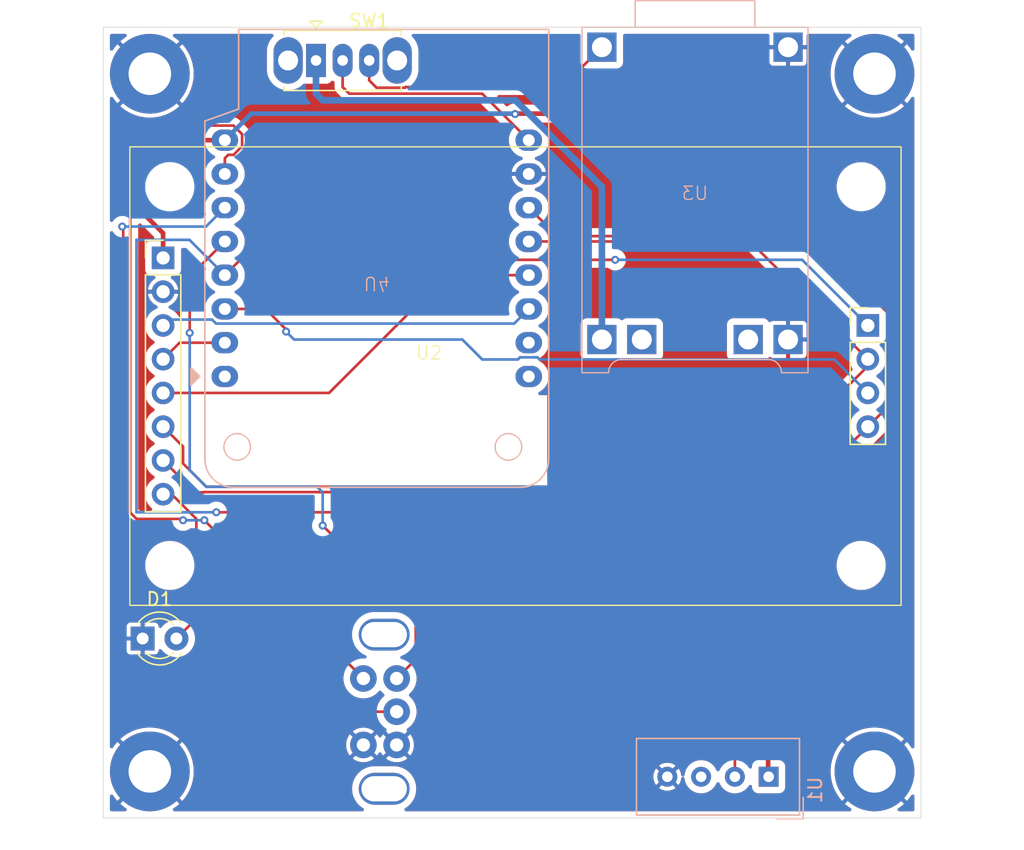
<source format=kicad_pcb>
(kicad_pcb (version 20241129) (generator "pcbnew") (generator_version "8.99")
  (layers (0 "F.Cu" signal) (2 "B.Cu" signal) (13 "F.Paste" user) (15 "B.Paste" user) (5 "F.SilkS" user "F.Silkscreen") (7 "B.SilkS" user "B.Silkscreen") (1 "F.Mask" user) (3 "B.Mask" user) (25 "Edge.Cuts" user))
  (net 0 "")
  (net 1 "CS")
  (net 2 "D{slash}C")
  (net 3 "+3V3")
  (net 4 "MOSI")
  (net 5 "GND")
  (net 6 "SCK")
  (net 7 "EN")
  (net 8 "MISO")
  (net 9 "Net-(U2-LED)")
  (net 10 "VCC")
  (net 11 "+BATT")
  (net 12 "-BATT")
  (net 13 "TP_input")
  (net 16 "DATA")
  (net 18 "ENC_B")
  (net 20 "Net-(SW1-B)")
  (net 21 "ENC_A")
  (net 22 "ENC_C")
  (footprint "Asylum:TFT_ST7735_SD" (layer "F.Cu") (at 137.5 63.5)
    (property "Reference" "U2" (at 0 -1.5 0) (layer "F.SilkS") (effects (font (thickness 0.1))))
    (property "Value" "TFT_ST7735_SD")
    (fp_line (start -21.33 -9.97) (end -20 -9.97) (stroke (width 0.12)) (layer "F.SilkS"))
    (fp_line (start -21.33 -8.64) (end -21.33 -9.97) (stroke (width 0.12)) (layer "F.SilkS"))
    (fp_line (start -21.33 -7.37) (end -21.33 10.47) (stroke (width 0.12)) (layer "F.SilkS"))
    (fp_line (start -21.33 -7.37) (end -18.67 -7.37) (stroke (width 0.12)) (layer "F.SilkS"))
    (fp_line (start -21.33 10.47) (end -18.67 10.47) (stroke (width 0.12)) (layer "F.SilkS"))
    (fp_line (start -18.67 -7.37) (end -18.67 10.47) (stroke (width 0.12)) (layer "F.SilkS"))
    (fp_line (start 31.67 -4.89) (end 33 -4.89) (stroke (width 0.12)) (layer "F.SilkS"))
    (fp_line (start 31.67 -3.56) (end 31.67 -4.89) (stroke (width 0.12)) (layer "F.SilkS"))
    (fp_line (start 31.67 -2.29) (end 31.67 5.39) (stroke (width 0.12)) (layer "F.SilkS"))
    (fp_line (start 31.67 -2.29) (end 34.33 -2.29) (stroke (width 0.12)) (layer "F.SilkS"))
    (fp_line (start 31.67 5.39) (end 34.33 5.39) (stroke (width 0.12)) (layer "F.SilkS"))
    (fp_line (start 34.33 -2.29) (end 34.33 5.39) (stroke (width 0.12)) (layer "F.SilkS"))
    (fp_rect (start -22.5 -17) (end 35.5 17.5) (stroke (width 0.1)) (fill no) (layer "F.SilkS"))
    (pad "" np_thru_hole circle (at -19.5 -14) (size 3.2 3.2) (drill 3.2) (layers "*.Cu" "*.Mask"))
    (pad "" np_thru_hole circle (at -19.5 14.5) (size 3.2 3.2) (drill 3.2) (layers "*.Cu" "*.Mask"))
    (pad "" np_thru_hole circle (at 32.5 -14) (size 3.2 3.2) (drill 3.2) (layers "*.Cu" "*.Mask"))
    (pad "" np_thru_hole circle (at 32.5 14.5) (size 3.2 3.2) (drill 3.2) (layers "*.Cu" "*.Mask"))
    (pad "1" thru_hole rect (at -20 -8.64) (size 1.7 1.7) (drill 1) (layers "*.Cu" "*.Mask") (net 3 "+3V3"))
    (pad "2" thru_hole oval (at -20 -6.1) (size 1.7 1.7) (drill 1) (layers "*.Cu" "*.Mask") (net 5 "GND"))
    (pad "3" thru_hole oval (at -20 -3.56) (size 1.7 1.7) (drill 1) (layers "*.Cu" "*.Mask") (net 1 "CS"))
    (pad "4" thru_hole oval (at -20 -1.02) (size 1.7 1.7) (drill 1) (layers "*.Cu" "*.Mask") (net 7 "EN"))
    (pad "5" thru_hole oval (at -20 1.52) (size 1.7 1.7) (drill 1) (layers "*.Cu" "*.Mask") (net 2 "D{slash}C"))
    (pad "6" thru_hole oval (at -20 4.06) (size 1.7 1.7) (drill 1) (layers "*.Cu" "*.Mask") (net 4 "MOSI"))
    (pad "7" thru_hole oval (at -20 6.6) (size 1.7 1.7) (drill 1) (layers "*.Cu" "*.Mask") (net 6 "SCK"))
    (pad "8" thru_hole oval (at -20 9.14) (size 1.7 1.7) (drill 1) (layers "*.Cu" "*.Mask") (net 9 "Net-(U2-LED)"))
    (pad "9" thru_hole rect (at 33 -3.56) (size 1.7 1.7) (drill 1) (layers "*.Cu" "*.Mask") (net 1 "CS"))
    (pad "10" thru_hole oval (at 33 -1.02) (size 1.7 1.7) (drill 1) (layers "*.Cu" "*.Mask") (net 4 "MOSI"))
    (pad "11" thru_hole oval (at 33 1.52) (size 1.7 1.7) (drill 1) (layers "*.Cu" "*.Mask") (net 8 "MISO"))
    (pad "12" thru_hole oval (at 33 4.06) (size 1.7 1.7) (drill 1) (layers "*.Cu" "*.Mask") (net 6 "SCK"))
  )
  (footprint "PCM_SL_Mechanical:MountingHole_3.2mm_Pad" (layer "F.Cu") (at 171 93.5)
    (property "Reference" "H2" (hide yes))
    (property "Value" "MountingHole_M3_3.2mm_Pad")
    (pad "1" thru_hole circle (at 0 0) (size 6 6) (drill 3.2) (layers "*.Cu" "*.Mask") (net 5 "GND"))
  )
  (footprint "ec11:RotaryEncoder_EC11B-Horizontal-Dual" (layer "F.Cu") (at 133.8125 89.00687 90)
    (property "Reference" "U5" (hide yes))
    (property "Value" "EC11B" (hide yes))
    (pad "" thru_hole oval (at -5.8 0.3125 90) (size 2.4 3.825) (drill oval 1.9 3.425) (layers "*.Cu" "*.Mask"))
    (pad "" thru_hole oval (at 5.8 0.3125 90) (size 2.4 3.825) (drill oval 1.9 3.425) (layers "*.Cu" "*.Mask"))
    (pad "A" thru_hole circle (at -2.5 1.25 90) (size 2 2) (drill 1) (layers "*.Cu" "*.Mask") (net 5 "GND"))
    (pad "B" thru_hole circle (at 2.5 1.25 90) (size 2 2) (drill 1) (layers "*.Cu" "*.Mask") (net 21 "ENC_A"))
    (pad "C" thru_hole circle (at 0 1.25 90) (size 2 2) (drill 1) (layers "*.Cu" "*.Mask") (net 18 "ENC_B"))
    (pad "S1" thru_hole circle (at -2.5 -1.25 90) (size 2 2) (drill 1) (layers "*.Cu" "*.Mask") (net 5 "GND"))
    (pad "S2" thru_hole circle (at 2.5 -1.25 90) (size 2 2) (drill 1) (layers "*.Cu" "*.Mask") (net 22 "ENC_C"))
  )
  (footprint "PCM_SL_Mechanical:MountingHole_3.2mm_Pad" (layer "F.Cu") (at 116.5 41)
    (property "Reference" "H3" (hide yes))
    (property "Value" "MountingHole_M3_3.2mm_Pad")
    (pad "1" thru_hole circle (at 0 0) (size 6 6) (drill 3.2) (layers "*.Cu" "*.Mask") (net 5 "GND"))
  )
  (footprint "PCM_SL_Mechanical:MountingHole_3.2mm_Pad" (layer "F.Cu") (at 171 41)
    (property "Reference" "H4" (hide yes))
    (property "Value" "MountingHole_M3_3.2mm_Pad")
    (pad "1" thru_hole circle (at 0 0) (size 6 6) (drill 3.2) (layers "*.Cu" "*.Mask") (net 5 "GND"))
  )
  (footprint "PCM_SL_Mechanical:MountingHole_3.2mm_Pad" (layer "F.Cu") (at 116.5 93.5)
    (property "Reference" "H1" (hide yes))
    (property "Value" "MountingHole_M3_3.2mm_Pad")
    (pad "1" thru_hole circle (at 0 0) (size 6 6) (drill 3.2) (layers "*.Cu" "*.Mask") (net 5 "GND"))
  )
  (footprint "Button_Switch_THT:SW_Slide_SPDT_Straight_CK_OS102011MS2Q" (layer "F.Cu") (at 129 40)
    (property "Reference" "SW1" (at 3.99 -2.99 0) (layer "F.SilkS"))
    (property "Value" "SW_SPDT")
    (fp_line (start -2.41 -2.26) (end 6.41 -2.26) (stroke (width 0.12)) (layer "F.SilkS"))
    (fp_line (start -2.41 -1.95) (end -2.41 -2.26) (stroke (width 0.12)) (layer "F.SilkS"))
    (fp_line (start -2.41 2.26) (end -2.41 1.95) (stroke (width 0.12)) (layer "F.SilkS"))
    (fp_line (start -0.5 -2.96) (end 0 -2.46) (stroke (width 0.12)) (layer "F.SilkS"))
    (fp_line (start 0 -2.46) (end 0.5 -2.96) (stroke (width 0.12)) (layer "F.SilkS"))
    (fp_line (start 0.5 -2.96) (end -0.5 -2.96) (stroke (width 0.12)) (layer "F.SilkS"))
    (fp_line (start 6.41 -2.26) (end 6.41 -1.95) (stroke (width 0.12)) (layer "F.SilkS"))
    (fp_line (start 6.41 2.26) (end -2.41 2.26) (stroke (width 0.12)) (layer "F.SilkS"))
    (fp_line (start 6.41 2.26) (end 6.41 1.95) (stroke (width 0.12)) (layer "F.SilkS"))
    (pad "" thru_hole oval (at -2.1 0) (size 2.2 3.5) (drill 1.5) (layers "*.Cu" "*.Mask"))
    (pad "" thru_hole oval (at 6.1 0) (size 2.2 3.5) (drill 1.5) (layers "*.Cu" "*.Mask"))
    (pad "1" thru_hole rect (at 0 0) (size 1.5 2.5) (drill 0.8) (layers "*.Cu" "*.Mask") (net 10 "VCC"))
    (pad "2" thru_hole oval (at 2 0) (size 1.5 2.5) (drill 0.8) (layers "*.Cu" "*.Mask") (net 20 "Net-(SW1-B)"))
    (pad "3" thru_hole oval (at 4 0) (size 1.5 2.5) (drill 0.8) (layers "*.Cu" "*.Mask") (net 13 "TP_input"))
  )
  (footprint "LED_THT:LED_D3.0mm" (layer "F.Cu") (at 115.96 83.5)
    (property "Reference" "D1" (at 1.27 -2.96 0) (layer "F.SilkS"))
    (property "Value" "LED_3mm")
    (fp_line (start -0.29 -1.236) (end -0.29 -1.08) (stroke (width 0.12)) (layer "F.SilkS"))
    (fp_line (start -0.29 1.08) (end -0.29 1.236) (stroke (width 0.12)) (layer "F.SilkS"))
    (fp_arc (start -0.29 -1.235516) (mid 1.365624 -1.987701) (end 2.941397 -1.080061) (stroke (width 0.12)) (layer "F.SilkS"))
    (fp_arc (start 0.229039 -1.08) (mid 1.269965 -1.5) (end 2.31091 -1.080049) (stroke (width 0.12)) (layer "F.SilkS"))
    (fp_arc (start 2.31091 1.080049) (mid 1.269965 1.5) (end 0.229039 1.08) (stroke (width 0.12)) (layer "F.SilkS"))
    (fp_arc (start 2.941397 1.080061) (mid 1.365624 1.987701) (end -0.29 1.235516) (stroke (width 0.12)) (layer "F.SilkS"))
    (pad "1" thru_hole rect (at 0 0) (size 1.8 1.8) (drill 0.9) (layers "*.Cu" "*.Mask") (net 5 "GND"))
    (pad "2" thru_hole circle (at 2.54 0) (size 1.8 1.8) (drill 0.9) (layers "*.Cu" "*.Mask") (net 9 "Net-(U2-LED)"))
  )
  (footprint "Asylum:WEMOS_C3_mini" (layer "B.Cu") (at 133.57 56.28)
    (property "Reference" "U4" (at 0 0.5 180) (layer "B.SilkS") (effects (font (thickness 0.1)) (justify mirror)))
    (property "Value" "WEMOS_C3_Mini")
    (fp_line (start -12.93 -11.72) (end -12.93 13.71) (stroke (width 0.12)) (layer "B.SilkS"))
    (fp_line (start -12.93 -11.72) (end -10.39 -12.63) (stroke (width 0.12)) (layer "B.SilkS"))
    (fp_line (start -10.39 -18.62) (end 12.93 -18.62) (stroke (width 0.12)) (layer "B.SilkS"))
    (fp_line (start -10.39 -12.63) (end -10.39 -18.62) (stroke (width 0.12)) (layer "B.SilkS"))
    (fp_line (start 10.81 15.84) (end -10.8 15.84) (stroke (width 0.12)) (layer "B.SilkS"))
    (fp_line (start 12.93 -18.62) (end 12.93 13.71) (stroke (width 0.12)) (layer "B.SilkS"))
    (fp_arc (start -10.8 15.84) (mid -12.306137 15.216137) (end -12.93 13.71) (stroke (width 0.12)) (layer "B.SilkS"))
    (fp_arc (start 12.93 13.71) (mid 12.306137 15.216137) (end 10.8 15.84) (stroke (width 0.12)) (layer "B.SilkS"))
    (fp_circle (center -10.5 12.8) (end -9.5 12.8) (stroke (width 0.1)) (fill no) (layer "B.SilkS"))
    (fp_circle (center 9.9 12.8) (end 10.9 12.8) (stroke (width 0.1)) (fill no) (layer "B.SilkS"))
    (fp_poly (pts (xy -13.97 8.135) (xy -13.97 6.865) (xy -13.335 7.5)) (stroke (width 0.15)) (fill yes) (layer "B.SilkS"))
    (pad "1" thru_hole oval (at -11.43 7.5) (size 2 1.6) (drill 0.9) (layers "F&B.Cu" "*.Mask"))
    (pad "2" thru_hole oval (at -11.43 4.96) (size 2 1.6) (drill 0.9) (layers "F&B.Cu" "*.Mask") (net 7 "EN"))
    (pad "3" thru_hole oval (at -11.43 2.42) (size 2 1.6) (drill 0.9) (layers "F&B.Cu" "*.Mask") (net 8 "MISO"))
    (pad "4" thru_hole oval (at -11.43 -0.12) (size 2 1.6) (drill 0.9) (layers "F&B.Cu" "*.Mask") (net 16 "DATA"))
    (pad "5" thru_hole oval (at -11.43 -2.66) (size 2 1.6) (drill 0.9) (layers "F&B.Cu" "*.Mask") (net 21 "ENC_A"))
    (pad "6" thru_hole oval (at -11.43 -5.2) (size 2 1.6) (drill 0.9) (layers "F&B.Cu" "*.Mask") (net 18 "ENC_B"))
    (pad "7" thru_hole oval (at -11.43 -7.74) (size 2 1.6) (drill 0.9) (layers "F&B.Cu" "*.Mask") (net 22 "ENC_C"))
    (pad "8" thru_hole oval (at -11.43 -10.28) (size 2 1.6) (drill 0.9) (layers "F&B.Cu" "*.Mask") (net 3 "+3V3"))
    (pad "9" thru_hole oval (at 11.43 -10.28) (size 2 1.6) (drill 0.9) (layers "F&B.Cu" "*.Mask") (net 20 "Net-(SW1-B)"))
    (pad "10" thru_hole oval (at 11.43 -7.74) (size 2 1.6) (drill 0.9) (layers "F&B.Cu" "*.Mask") (net 5 "GND"))
    (pad "11" thru_hole oval (at 11.43 -5.2) (size 2 1.6) (drill 0.9) (layers "F&B.Cu" "*.Mask") (net 6 "SCK"))
    (pad "12" thru_hole oval (at 11.43 -2.66) (size 2 1.6) (drill 0.9) (layers "F&B.Cu" "*.Mask") (net 4 "MOSI"))
    (pad "13" thru_hole oval (at 11.43 -0.12) (size 2 1.6) (drill 0.9) (layers "F&B.Cu" "*.Mask") (net 2 "D{slash}C"))
    (pad "14" thru_hole oval (at 11.43 2.42) (size 2 1.6) (drill 0.9) (layers "F&B.Cu" "*.Mask") (net 1 "CS"))
    (pad "15" thru_hole oval (at 11.43 4.96) (size 2 1.6) (drill 0.9) (layers "F&B.Cu" "*.Mask"))
    (pad "16" thru_hole oval (at 11.43 7.5) (size 2 1.6) (drill 0.9) (layers "F&B.Cu" "*.Mask"))
    (zone (net 0) (net_name "") (layers "F&B.Cu") (name "No Copper") (connect_pads (clearance 0)) (min_thickness 0.25)
      (keepout (tracks not_allowed) (vias not_allowed) (pads not_allowed) (copperpour not_allowed) (footprints not_allowed))
      (fill (thermal_gap 0.5) (thermal_bridge_width 0.5))
      (polygon (pts (xy 120.79 71.98) (xy 146.39 71.98) (xy 146.39 65.18) (xy 120.79 65.18)))
    )
  )
  (footprint "Asylum:TP4056" (layer "B.Cu") (at 157.5 50.5 180)
    (property "Reference" "U3" (at 0 0.5 0) (layer "B.SilkS") (effects (font (thickness 0.1)) (justify mirror)))
    (property "Value" "~")
    (fp_line (start 8.5 13) (end 8.5 -13) (stroke (width 0.1)) (layer "B.SilkS"))
    (fp_line (start 8.5 -13) (end 6.5 -13) (stroke (width 0.1)) (layer "B.SilkS"))
    (fp_line (start -5.5 -12) (end 5.5 -12) (stroke (width 0.1)) (layer "B.SilkS"))
    (fp_line (start -6.5 -13) (end -8.5 -13) (stroke (width 0.1)) (layer "B.SilkS"))
    (fp_line (start -8.5 13) (end 8.5 13) (stroke (width 0.1)) (layer "B.SilkS"))
    (fp_line (start -8.5 13) (end -8.5 -13) (stroke (width 0.1)) (layer "B.SilkS"))
    (fp_rect (start -4.5 15) (end 4.5 13) (stroke (width 0.1)) (fill no) (layer "B.SilkS"))
    (fp_arc (start 6.5 -13) (mid 6.207107 -12.292893) (end 5.5 -12) (stroke (width 0.1)) (layer "B.SilkS"))
    (fp_arc (start -5.5 -12) (mid -6.207107 -12.292893) (end -6.5 -13) (stroke (width 0.1)) (layer "B.SilkS"))
    (pad "0" thru_hole rect (at 4 -10.5 90) (size 2.2 2.2) (drill 1.5) (layers "F&B.Cu" "*.Mask") (net 11 "+BATT"))
    (pad "1" thru_hole rect (at -4 -10.5 90) (size 2.2 2.2) (drill 1.5) (layers "F&B.Cu" "*.Mask") (net 12 "-BATT"))
    (pad "2" thru_hole rect (at 7 -10.5 90) (size 2.2 2.2) (drill 1.5) (layers "F&B.Cu" "*.Mask") (net 10 "VCC"))
    (pad "3" thru_hole rect (at -7 -10.5 90) (size 2.2 2.2) (drill 1.5) (layers "F&B.Cu" "*.Mask") (net 5 "GND"))
    (pad "4" thru_hole rect (at 7 11.5 90) (size 2.2 2.2) (drill 1.5) (layers "F&B.Cu" "*.Mask") (net 13 "TP_input"))
    (pad "5" thru_hole rect (at -7 11.5 90) (size 2.2 2.2) (drill 1.5) (layers "F&B.Cu" "*.Mask") (net 5 "GND"))
  )
  (footprint "Sensor:Aosong_DHT11_5.5x12.0_P2.54mm" (layer "B.Cu") (at 163.04 93.9025 90)
    (property "Reference" "U1" (at -1 3.5 90) (layer "B.SilkS") (effects (justify mirror)))
    (property "Value" "DHT11")
    (fp_line (start 2.88 -9.94) (end -2.88 -9.94) (stroke (width 0.12)) (layer "B.SilkS"))
    (fp_line (start -2.88 -9.94) (end -2.88 2.31) (stroke (width 0.12)) (layer "B.SilkS"))
    (fp_line (start 2.88 2.32) (end 2.88 -9.94) (stroke (width 0.12)) (layer "B.SilkS"))
    (fp_line (start -2.87 2.32) (end 2.87 2.32) (stroke (width 0.12)) (layer "B.SilkS"))
    (fp_line (start -3.16 2.6) (end -3.16 0.6) (stroke (width 0.12)) (layer "B.SilkS"))
    (fp_line (start -3.16 2.6) (end -1.55 2.6) (stroke (width 0.12)) (layer "B.SilkS"))
    (pad "1" thru_hole rect (at 0 0 90) (size 1.5 1.5) (drill 0.8) (layers "F&B.Cu" "*.Mask") (net 3 "+3V3"))
    (pad "2" thru_hole circle (at 0 -2.54 90) (size 1.5 1.5) (drill 0.8) (layers "F&B.Cu" "*.Mask") (net 16 "DATA"))
    (pad "3" thru_hole circle (at 0 -5.08 90) (size 1.5 1.5) (drill 0.8) (layers "F&B.Cu" "*.Mask"))
    (pad "4" thru_hole circle (at 0 -7.62 90) (size 1.5 1.5) (drill 0.8) (layers "F&B.Cu" "*.Mask") (net 5 "GND"))
  )
  (gr_line (start 174.5 97) (end 113 97) (stroke (width 0.05)) (layer "Edge.Cuts"))
  (gr_line (start 174.5 37.5) (end 174.5 97) (stroke (width 0.05)) (layer "Edge.Cuts"))
  (gr_line (start 113 37.5) (end 174.5 37.5) (stroke (width 0.05)) (layer "Edge.Cuts"))
  (gr_line (start 113 97) (end 113 37.5) (stroke (width 0.05)) (layer "Edge.Cuts"))
  (segment (start 123.3 55) (end 122.14 56.16) (width 0.2) (layer "F.Cu") (net 0))
  (segment (start 151.5 55) (end 123.3 55) (width 0.2) (layer "F.Cu") (net 0))
  (segment (start 165.56 55) (end 151.5 55) (width 0.2) (layer "B.Cu") (net 0))
  (segment (start 170.5 59.94) (end 165.56 55) (width 0.2) (layer "B.Cu") (net 0))
  (segment (start 121.483951 59.801) (end 143.899 59.801) (width 0.2) (layer "B.Cu") (net 1))
  (segment (start 121.182952 59.5) (end 121.483951 59.801) (width 0.2) (layer "B.Cu") (net 1))
  (segment (start 117.94 59.5) (end 121.182952 59.5) (width 0.2) (layer "B.Cu") (net 1))
  (segment (start 143.899 59.801) (end 145 58.7) (width 0.2) (layer "B.Cu") (net 1))
  (segment (start 117.5 59.94) (end 117.94 59.5) (width 0.2) (layer "B.Cu") (net 1))
  (segment (start 145 56.16) (end 138.84 56.16) (width 0.2) (layer "F.Cu") (net 2))
  (segment (start 129.98 65.02) (end 117.5 65.02) (width 0.2) (layer "F.Cu") (net 2))
  (segment (start 138.84 56.16) (end 129.98 65.02) (width 0.2) (layer "F.Cu") (net 2))
  (segment (start 163 77) (end 163 93.8625) (width 0.35) (layer "F.Cu") (net 3))
  (segment (start 117.5 53) (end 115.5 51) (width 0.35) (layer "F.Cu") (net 3))
  (segment (start 117.5 54.86) (end 117.5 53) (width 0.35) (layer "F.Cu") (net 3))
  (segment (start 115.5 48.5) (end 118 46) (width 0.35) (layer "F.Cu") (net 3))
  (segment (start 143.969669 44.030331) (end 144 44) (width 0.35) (layer "F.Cu") (net 3))
  (segment (start 163.04 93.9025) (end 163 93.8625) (width 0.254) (layer "F.Cu") (net 3))
  (segment (start 144 44) (end 158 44) (width 0.35) (layer "F.Cu") (net 3))
  (segment (start 172.5 67.5) (end 163 77) (width 0.35) (layer "F.Cu") (net 3))
  (segment (start 172.5 58.5) (end 172.5 67.5) (width 0.35) (layer "F.Cu") (net 3))
  (segment (start 158 44) (end 172.5 58.5) (width 0.35) (layer "F.Cu") (net 3))
  (segment (start 118 46) (end 122.14 46) (width 0.35) (layer "F.Cu") (net 3))
  (segment (start 115.5 51) (end 115.5 48.5) (width 0.35) (layer "F.Cu") (net 3))
  (via (at 143.969669 44.030331) (size 0.6) (drill 0.3) (layers "F.Cu" "B.Cu") (net 3))
  (segment (start 143.939338 44) (end 124.14 44) (width 0.35) (layer "B.Cu") (net 3))
  (segment (start 143.969669 44.030331) (end 143.939338 44) (width 0.35) (layer "B.Cu") (net 3))
  (segment (start 124.14 44) (end 122.14 46) (width 0.35) (layer "B.Cu") (net 3))
  (segment (start 117.5 67.56) (end 119 69.06) (width 0.2) (layer "F.Cu") (net 4))
  (segment (start 161.419 72.081) (end 170.5 63) (width 0.2) (layer "F.Cu") (net 4))
  (segment (start 170.5 62.48) (end 161.64 53.62) (width 0.2) (layer "F.Cu") (net 4))
  (segment (start 119 69.06) (end 119 70.332836) (width 0.2) (layer "F.Cu") (net 4))
  (segment (start 170.5 63) (end 170.5 62.48) (width 0.2) (layer "F.Cu") (net 4))
  (segment (start 161.64 53.62) (end 145 53.62) (width 0.2) (layer "F.Cu") (net 4))
  (segment (start 120.748164 72.081) (end 161.419 72.081) (width 0.2) (layer "F.Cu") (net 4))
  (segment (start 119 70.332836) (end 120.748164 72.081) (width 0.2) (layer "F.Cu") (net 4))
  (segment (start 117.5 70.1) (end 119.9 72.5) (width 0.2) (layer "F.Cu") (net 6))
  (segment (start 120.582064 72.482) (end 165.578 72.482) (width 0.2) (layer "F.Cu") (net 6))
  (segment (start 119.9 72.5) (end 120.564064 72.5) (width 0.2) (layer "F.Cu") (net 6))
  (segment (start 147.139 53.219) (end 145 51.08) (width 0.2) (layer "F.Cu") (net 6))
  (segment (start 172 66.06) (end 172 59) (width 0.2) (layer "F.Cu") (net 6))
  (segment (start 170.5 67.56) (end 172 66.06) (width 0.2) (layer "F.Cu") (net 6))
  (segment (start 165.578 72.482) (end 170.5 67.56) (width 0.2) (layer "F.Cu") (net 6))
  (segment (start 120.564064 72.5) (end 120.582064 72.482) (width 0.2) (layer "F.Cu") (net 6))
  (segment (start 172 59) (end 166.219 53.219) (width 0.2) (layer "F.Cu") (net 6))
  (segment (start 166.219 53.219) (end 147.139 53.219) (width 0.2) (layer "F.Cu") (net 6))
  (segment (start 118.74 61.24) (end 117.5 62.48) (width 0.2) (layer "F.Cu") (net 7))
  (segment (start 122.14 61.24) (end 118.74 61.24) (width 0.2) (layer "F.Cu") (net 7))
  (segment (start 126.75 60.401) (end 126.75 60.25) (width 0.2) (layer "F.Cu") (net 8))
  (segment (start 125.2 58.7) (end 122.14 58.7) (width 0.2) (layer "F.Cu") (net 8))
  (segment (start 126.75 60.25) (end 125.2 58.7) (width 0.2) (layer "F.Cu") (net 8))
  (via (at 126.75 60.401) (size 0.6) (drill 0.3) (layers "F.Cu" "B.Cu") (net 8))
  (segment (start 145.656049 62.341) (end 145.815049 62.5) (width 0.2) (layer "B.Cu") (net 8))
  (segment (start 144.184951 62.5) (end 144.343951 62.341) (width 0.2) (layer "B.Cu") (net 8))
  (segment (start 127.349 61) (end 140 61) (width 0.2) (layer "B.Cu") (net 8))
  (segment (start 145.815049 62.5) (end 167.98 62.5) (width 0.2) (layer "B.Cu") (net 8))
  (segment (start 144.343951 62.341) (end 145.656049 62.341) (width 0.2) (layer "B.Cu") (net 8))
  (segment (start 167.98 62.5) (end 170.5 65.02) (width 0.2) (layer "B.Cu") (net 8))
  (segment (start 126.75 60.401) (end 127.349 61) (width 0.2) (layer "B.Cu") (net 8))
  (segment (start 140 61) (end 141.5 62.5) (width 0.2) (layer "B.Cu") (net 8))
  (segment (start 141.5 62.5) (end 144.184951 62.5) (width 0.2) (layer "B.Cu") (net 8))
  (segment (start 118.14 72.64) (end 120 74.5) (width 0.2) (layer "F.Cu") (net 9))
  (segment (start 117.5 72.64) (end 118.14 72.64) (width 0.2) (layer "F.Cu") (net 9))
  (segment (start 120 82) (end 118.5 83.5) (width 0.2) (layer "F.Cu") (net 9))
  (segment (start 120 74.5) (end 120 82) (width 0.2) (layer "F.Cu") (net 9))
  (segment (start 129.5 43) (end 129 42.5) (width 0.5) (layer "B.Cu") (net 10))
  (segment (start 144 43) (end 129.5 43) (width 0.5) (layer "B.Cu") (net 10))
  (segment (start 150.5 49.5) (end 144 43) (width 0.5) (layer "B.Cu") (net 10))
  (segment (start 129 42.5) (end 129 40) (width 0.5) (layer "B.Cu") (net 10))
  (segment (start 150.5 61) (end 150.5 49.5) (width 0.5) (layer "B.Cu") (net 10))
  (segment (start 135.731313 42) (end 135.680313 42.051) (width 0.2) (layer "F.Cu") (net 13))
  (segment (start 147.5 42) (end 135.731313 42) (width 0.2) (layer "F.Cu") (net 13))
  (segment (start 135.680313 42.051) (end 133.551 42.051) (width 0.2) (layer "F.Cu") (net 13))
  (segment (start 133.551 42.051) (end 133 41.5) (width 0.2) (layer "F.Cu") (net 13))
  (segment (start 150.5 39) (end 147.5 42) (width 0.2) (layer "F.Cu") (net 13))
  (segment (start 133 41.5) (end 133 40) (width 0.2) (layer "F.Cu") (net 13))
  (segment (start 121.5 74) (end 160.5 74) (width 0.2) (layer "F.Cu") (net 16))
  (segment (start 160.5 74) (end 160.5 93.9025) (width 0.2) (layer "F.Cu") (net 16))
  (via (at 121.5 74) (size 0.6) (drill 0.3) (layers "F.Cu" "B.Cu") (net 16))
  (via (at 151.5 55) (size 0.6) (drill 0.3) (layers "F.Cu" "B.Cu") (net 16))
  (segment (start 121.5 74) (end 115.5 74) (width 0.2) (layer "B.Cu") (net 16))
  (segment (start 115.5 74) (end 115.5 53.5) (width 0.2) (layer "B.Cu") (net 16))
  (segment (start 115.5 53.5) (end 119.48 53.5) (width 0.2) (layer "B.Cu") (net 16))
  (segment (start 119.48 53.5) (end 122.14 56.16) (width 0.2) (layer "B.Cu") (net 16))
  (segment (start 114.5 85.5) (end 118.00687 89.00687) (width 0.2) (layer "F.Cu") (net 18))
  (segment (start 114.5 52.576) (end 114.5 85.5) (width 0.2) (layer "F.Cu") (net 18))
  (segment (start 118.00687 89.00687) (end 135.0625 89.00687) (width 0.2) (layer "F.Cu") (net 18))
  (segment (start 114.424 52.5) (end 114.5 52.576) (width 0.2) (layer "F.Cu") (net 18))
  (via (at 114.424 52.5) (size 0.6) (drill 0.3) (layers "F.Cu" "B.Cu") (net 18))
  (segment (start 114.424 52.5) (end 120.72 52.5) (width 0.2) (layer "B.Cu") (net 18))
  (segment (start 120.72 52.5) (end 122.14 51.08) (width 0.2) (layer "B.Cu") (net 18))
  (segment (start 131 40) (end 131 42) (width 0.2) (layer "F.Cu") (net 20))
  (segment (start 131.5 42.5) (end 141.5 42.5) (width 0.2) (layer "F.Cu") (net 20))
  (segment (start 141.5 42.5) (end 145 46) (width 0.2) (layer "F.Cu") (net 20))
  (segment (start 131 42) (end 131.5 42.5) (width 0.2) (layer "F.Cu") (net 20))
  (segment (start 136.5 82) (end 129.5 75) (width 0.2) (layer "F.Cu") (net 21))
  (segment (start 119.5 56.26) (end 122.14 53.62) (width 0.2) (layer "F.Cu") (net 21))
  (segment (start 119.5 60.5) (end 119.5 56.26) (width 0.2) (layer "F.Cu") (net 21))
  (segment (start 136.5 85.06937) (end 136.5 82) (width 0.2) (layer "F.Cu") (net 21))
  (segment (start 135.0625 86.50687) (end 136.5 85.06937) (width 0.2) (layer "F.Cu") (net 21))
  (via (at 129.5 75) (size 0.6) (drill 0.3) (layers "F.Cu" "B.Cu") (net 21))
  (via (at 119.5 60.5) (size 0.6) (drill 0.3) (layers "F.Cu" "B.Cu") (net 21))
  (segment (start 119.5 70.832836) (end 119.5 60.5) (width 0.2) (layer "B.Cu") (net 21))
  (segment (start 120.748164 72.081) (end 119.5 70.832836) (width 0.2) (layer "B.Cu") (net 21))
  (segment (start 129.081 72.081) (end 120.748164 72.081) (width 0.2) (layer "B.Cu") (net 21))
  (segment (start 129.5 72.5) (end 129.081 72.081) (width 0.2) (layer "B.Cu") (net 21))
  (segment (start 129.5 75) (end 129.5 72.5) (width 0.2) (layer "B.Cu") (net 21))
  (segment (start 115.5 74.5) (end 118.9 74.5) (width 0.2) (layer "F.Cu") (net 22))
  (segment (start 120.6 74.6) (end 128.44437 82.44437) (width 0.2) (layer "F.Cu") (net 22))
  (segment (start 115.024 74.024) (end 115.5 74.5) (width 0.2) (layer "F.Cu") (net 22))
  (segment (start 123.441 45.543951) (end 122.796049 44.899) (width 0.2) (layer "F.Cu") (net 22))
  (segment (start 122.14 48.54) (end 122.14 47.36) (width 0.2) (layer "F.Cu") (net 22))
  (segment (start 118.601 44.899) (end 117.976 45.524) (width 0.2) (layer "F.Cu") (net 22))
  (segment (start 128.44437 82.44437) (end 128.5 82.44437) (width 0.2) (layer "F.Cu") (net 22))
  (segment (start 115.024 48.302834) (end 115.024 74.024) (width 0.2) (layer "F.Cu") (net 22))
  (segment (start 117.802834 45.524) (end 115.024 48.302834) (width 0.2) (layer "F.Cu") (net 22))
  (segment (start 118.9 74.5) (end 119 74.6) (width 0.2) (layer "F.Cu") (net 22))
  (segment (start 128.5 82.44437) (end 132.5625 86.50687) (width 0.2) (layer "F.Cu") (net 22))
  (segment (start 123.441 46.456049) (end 123.441 45.543951) (width 0.2) (layer "F.Cu") (net 22))
  (segment (start 117.976 45.524) (end 117.802834 45.524) (width 0.2) (layer "F.Cu") (net 22))
  (segment (start 122.796049 47.101) (end 123.441 46.456049) (width 0.2) (layer "F.Cu") (net 22))
  (segment (start 122.796049 44.899) (end 118.601 44.899) (width 0.2) (layer "F.Cu") (net 22))
  (segment (start 122.399 47.101) (end 122.796049 47.101) (width 0.2) (layer "F.Cu") (net 22))
  (segment (start 122.14 47.36) (end 122.399 47.101) (width 0.2) (layer "F.Cu") (net 22))
  (via (at 119 74.6) (size 0.6) (drill 0.3) (layers "F.Cu" "B.Cu") (net 22))
  (via (at 120.6 74.6) (size 0.6) (drill 0.3) (layers "F.Cu" "B.Cu") (net 22))
  (segment (start 119 74.6) (end 120.6 74.6) (width 0.2) (layer "B.Cu") (net 22))
  (zone (net 5) (net_name "GND") (layers "F&B.Cu") (connect_pads (clearance 0.5)) (min_thickness 0.25) (fill yes (thermal_gap 0.3) (thermal_bridge_width 0.3))
    (polygon (pts (xy 113 37.5) (xy 174.5 37.5) (xy 174.5 97) (xy 113 97)))
  )
)
</source>
